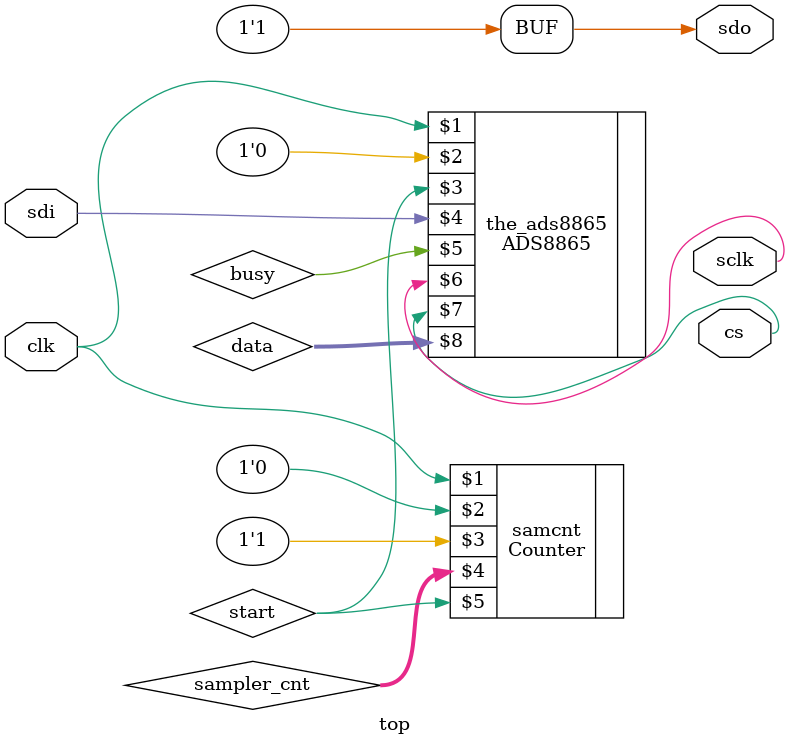
<source format=sv>

`default_nettype none
module top(
    input wire clk,sdi,
    output reg sclk,cs,sdo
);
    wire signed[8:0] sampler_cnt;
    wire start;
    Counter #(262)samcnt(clk, 1'b0, 1'b1,sampler_cnt, start);//381.6793893kHz Sample Rate Serial Device (260T)
	assign sdo = 1'b1;
    reg unsigned[15:0] data;
    wire busy;
	  ADS8865 #(.HBDIV(4),.BITS(16)) the_ads8865 (clk, 1'b0, start,sdi,busy,sclk, cs, data);
endmodule

</source>
